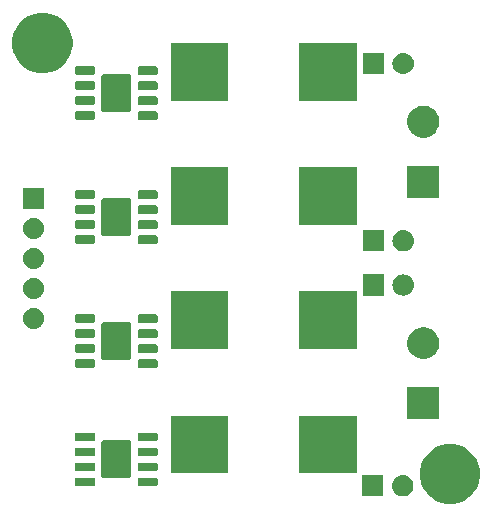
<source format=gbr>
G04 #@! TF.GenerationSoftware,KiCad,Pcbnew,(5.0.2)-1*
G04 #@! TF.CreationDate,2019-03-31T11:50:41+03:00*
G04 #@! TF.ProjectId,pwm_led_controller,70776d5f-6c65-4645-9f63-6f6e74726f6c,rev?*
G04 #@! TF.SameCoordinates,Original*
G04 #@! TF.FileFunction,Soldermask,Top*
G04 #@! TF.FilePolarity,Negative*
%FSLAX46Y46*%
G04 Gerber Fmt 4.6, Leading zero omitted, Abs format (unit mm)*
G04 Created by KiCad (PCBNEW (5.0.2)-1) date 31.03.2019 11:50:41*
%MOMM*%
%LPD*%
G01*
G04 APERTURE LIST*
%ADD10C,0.100000*%
G04 APERTURE END LIST*
D10*
G36*
X137493807Y-87797995D02*
X137493809Y-87797996D01*
X137493810Y-87797996D01*
X137957878Y-87990220D01*
X138375530Y-88269286D01*
X138730714Y-88624470D01*
X138776860Y-88693533D01*
X139009780Y-89042122D01*
X139168730Y-89425859D01*
X139202005Y-89506193D01*
X139300000Y-89998847D01*
X139300000Y-90501153D01*
X139219885Y-90903919D01*
X139202004Y-90993810D01*
X139095886Y-91250000D01*
X139009780Y-91457878D01*
X138730714Y-91875530D01*
X138375530Y-92230714D01*
X137957878Y-92509780D01*
X137493810Y-92702004D01*
X137493809Y-92702004D01*
X137493807Y-92702005D01*
X137001153Y-92800000D01*
X136498847Y-92800000D01*
X136006193Y-92702005D01*
X136006191Y-92702004D01*
X136006190Y-92702004D01*
X135542122Y-92509780D01*
X135124470Y-92230714D01*
X134769286Y-91875530D01*
X134490220Y-91457878D01*
X134404114Y-91250000D01*
X134297996Y-90993810D01*
X134280116Y-90903919D01*
X134200000Y-90501153D01*
X134200000Y-89998847D01*
X134297995Y-89506193D01*
X134331271Y-89425859D01*
X134490220Y-89042122D01*
X134723140Y-88693533D01*
X134769286Y-88624470D01*
X135124470Y-88269286D01*
X135542122Y-87990220D01*
X136006190Y-87797996D01*
X136006191Y-87797996D01*
X136006193Y-87797995D01*
X136498847Y-87700000D01*
X137001153Y-87700000D01*
X137493807Y-87797995D01*
X137493807Y-87797995D01*
G37*
G36*
X132926429Y-90363022D02*
X133096081Y-90414486D01*
X133252434Y-90498058D01*
X133389475Y-90610525D01*
X133501942Y-90747566D01*
X133585514Y-90903919D01*
X133636978Y-91073571D01*
X133654355Y-91250000D01*
X133636978Y-91426429D01*
X133585514Y-91596081D01*
X133501942Y-91752434D01*
X133389475Y-91889475D01*
X133252434Y-92001942D01*
X133096081Y-92085514D01*
X132926429Y-92136978D01*
X132794212Y-92150000D01*
X132705788Y-92150000D01*
X132573571Y-92136978D01*
X132403919Y-92085514D01*
X132247566Y-92001942D01*
X132110525Y-91889475D01*
X131998058Y-91752434D01*
X131914486Y-91596081D01*
X131863022Y-91426429D01*
X131845645Y-91250000D01*
X131863022Y-91073571D01*
X131914486Y-90903919D01*
X131998058Y-90747566D01*
X132110525Y-90610525D01*
X132247566Y-90498058D01*
X132403919Y-90414486D01*
X132573571Y-90363022D01*
X132705788Y-90350000D01*
X132794212Y-90350000D01*
X132926429Y-90363022D01*
X132926429Y-90363022D01*
G37*
G36*
X131110000Y-92150000D02*
X129310000Y-92150000D01*
X129310000Y-90350000D01*
X131110000Y-90350000D01*
X131110000Y-92150000D01*
X131110000Y-92150000D01*
G37*
G36*
X111899293Y-90557877D02*
X111922651Y-90564962D01*
X111944175Y-90576467D01*
X111963046Y-90591954D01*
X111978533Y-90610825D01*
X111990038Y-90632349D01*
X111997123Y-90655707D01*
X112000000Y-90684917D01*
X112000000Y-91125083D01*
X111997123Y-91154293D01*
X111990038Y-91177651D01*
X111978533Y-91199175D01*
X111963046Y-91218046D01*
X111944175Y-91233533D01*
X111922651Y-91245038D01*
X111899293Y-91252123D01*
X111870083Y-91255000D01*
X110429917Y-91255000D01*
X110400707Y-91252123D01*
X110377349Y-91245038D01*
X110355825Y-91233533D01*
X110336954Y-91218046D01*
X110321467Y-91199175D01*
X110309962Y-91177651D01*
X110302877Y-91154293D01*
X110300000Y-91125083D01*
X110300000Y-90684917D01*
X110302877Y-90655707D01*
X110309962Y-90632349D01*
X110321467Y-90610825D01*
X110336954Y-90591954D01*
X110355825Y-90576467D01*
X110377349Y-90564962D01*
X110400707Y-90557877D01*
X110429917Y-90555000D01*
X111870083Y-90555000D01*
X111899293Y-90557877D01*
X111899293Y-90557877D01*
G37*
G36*
X106599293Y-90557877D02*
X106622651Y-90564962D01*
X106644175Y-90576467D01*
X106663046Y-90591954D01*
X106678533Y-90610825D01*
X106690038Y-90632349D01*
X106697123Y-90655707D01*
X106700000Y-90684917D01*
X106700000Y-91125083D01*
X106697123Y-91154293D01*
X106690038Y-91177651D01*
X106678533Y-91199175D01*
X106663046Y-91218046D01*
X106644175Y-91233533D01*
X106622651Y-91245038D01*
X106599293Y-91252123D01*
X106570083Y-91255000D01*
X105129917Y-91255000D01*
X105100707Y-91252123D01*
X105077349Y-91245038D01*
X105055825Y-91233533D01*
X105036954Y-91218046D01*
X105021467Y-91199175D01*
X105009962Y-91177651D01*
X105002877Y-91154293D01*
X105000000Y-91125083D01*
X105000000Y-90684917D01*
X105002877Y-90655707D01*
X105009962Y-90632349D01*
X105021467Y-90610825D01*
X105036954Y-90591954D01*
X105055825Y-90576467D01*
X105077349Y-90564962D01*
X105100707Y-90557877D01*
X105129917Y-90555000D01*
X106570083Y-90555000D01*
X106599293Y-90557877D01*
X106599293Y-90557877D01*
G37*
G36*
X109609120Y-87403954D02*
X109643007Y-87414234D01*
X109674237Y-87430927D01*
X109701609Y-87453391D01*
X109724073Y-87480763D01*
X109740766Y-87511993D01*
X109751046Y-87545880D01*
X109755000Y-87586027D01*
X109755000Y-90413973D01*
X109751046Y-90454120D01*
X109740766Y-90488007D01*
X109724073Y-90519237D01*
X109701609Y-90546609D01*
X109674237Y-90569073D01*
X109643007Y-90585766D01*
X109609120Y-90596046D01*
X109568973Y-90600000D01*
X107431027Y-90600000D01*
X107390880Y-90596046D01*
X107356993Y-90585766D01*
X107325763Y-90569073D01*
X107298391Y-90546609D01*
X107275927Y-90519237D01*
X107259234Y-90488007D01*
X107248954Y-90454120D01*
X107245000Y-90413973D01*
X107245000Y-87586027D01*
X107248954Y-87545880D01*
X107259234Y-87511993D01*
X107275927Y-87480763D01*
X107298391Y-87453391D01*
X107325763Y-87430927D01*
X107356993Y-87414234D01*
X107390880Y-87403954D01*
X107431027Y-87400000D01*
X109568973Y-87400000D01*
X109609120Y-87403954D01*
X109609120Y-87403954D01*
G37*
G36*
X128900000Y-90200000D02*
X124000000Y-90200000D01*
X124000000Y-85300000D01*
X128900000Y-85300000D01*
X128900000Y-90200000D01*
X128900000Y-90200000D01*
G37*
G36*
X118000000Y-90200000D02*
X113100000Y-90200000D01*
X113100000Y-85300000D01*
X118000000Y-85300000D01*
X118000000Y-90200000D01*
X118000000Y-90200000D01*
G37*
G36*
X106599293Y-89287877D02*
X106622651Y-89294962D01*
X106644175Y-89306467D01*
X106663046Y-89321954D01*
X106678533Y-89340825D01*
X106690038Y-89362349D01*
X106697123Y-89385707D01*
X106700000Y-89414917D01*
X106700000Y-89855083D01*
X106697123Y-89884293D01*
X106690038Y-89907651D01*
X106678533Y-89929175D01*
X106663046Y-89948046D01*
X106644175Y-89963533D01*
X106622651Y-89975038D01*
X106599293Y-89982123D01*
X106570083Y-89985000D01*
X105129917Y-89985000D01*
X105100707Y-89982123D01*
X105077349Y-89975038D01*
X105055825Y-89963533D01*
X105036954Y-89948046D01*
X105021467Y-89929175D01*
X105009962Y-89907651D01*
X105002877Y-89884293D01*
X105000000Y-89855083D01*
X105000000Y-89414917D01*
X105002877Y-89385707D01*
X105009962Y-89362349D01*
X105021467Y-89340825D01*
X105036954Y-89321954D01*
X105055825Y-89306467D01*
X105077349Y-89294962D01*
X105100707Y-89287877D01*
X105129917Y-89285000D01*
X106570083Y-89285000D01*
X106599293Y-89287877D01*
X106599293Y-89287877D01*
G37*
G36*
X111899293Y-89287877D02*
X111922651Y-89294962D01*
X111944175Y-89306467D01*
X111963046Y-89321954D01*
X111978533Y-89340825D01*
X111990038Y-89362349D01*
X111997123Y-89385707D01*
X112000000Y-89414917D01*
X112000000Y-89855083D01*
X111997123Y-89884293D01*
X111990038Y-89907651D01*
X111978533Y-89929175D01*
X111963046Y-89948046D01*
X111944175Y-89963533D01*
X111922651Y-89975038D01*
X111899293Y-89982123D01*
X111870083Y-89985000D01*
X110429917Y-89985000D01*
X110400707Y-89982123D01*
X110377349Y-89975038D01*
X110355825Y-89963533D01*
X110336954Y-89948046D01*
X110321467Y-89929175D01*
X110309962Y-89907651D01*
X110302877Y-89884293D01*
X110300000Y-89855083D01*
X110300000Y-89414917D01*
X110302877Y-89385707D01*
X110309962Y-89362349D01*
X110321467Y-89340825D01*
X110336954Y-89321954D01*
X110355825Y-89306467D01*
X110377349Y-89294962D01*
X110400707Y-89287877D01*
X110429917Y-89285000D01*
X111870083Y-89285000D01*
X111899293Y-89287877D01*
X111899293Y-89287877D01*
G37*
G36*
X111899293Y-88017877D02*
X111922651Y-88024962D01*
X111944175Y-88036467D01*
X111963046Y-88051954D01*
X111978533Y-88070825D01*
X111990038Y-88092349D01*
X111997123Y-88115707D01*
X112000000Y-88144917D01*
X112000000Y-88585083D01*
X111997123Y-88614293D01*
X111990038Y-88637651D01*
X111978533Y-88659175D01*
X111963046Y-88678046D01*
X111944175Y-88693533D01*
X111922651Y-88705038D01*
X111899293Y-88712123D01*
X111870083Y-88715000D01*
X110429917Y-88715000D01*
X110400707Y-88712123D01*
X110377349Y-88705038D01*
X110355825Y-88693533D01*
X110336954Y-88678046D01*
X110321467Y-88659175D01*
X110309962Y-88637651D01*
X110302877Y-88614293D01*
X110300000Y-88585083D01*
X110300000Y-88144917D01*
X110302877Y-88115707D01*
X110309962Y-88092349D01*
X110321467Y-88070825D01*
X110336954Y-88051954D01*
X110355825Y-88036467D01*
X110377349Y-88024962D01*
X110400707Y-88017877D01*
X110429917Y-88015000D01*
X111870083Y-88015000D01*
X111899293Y-88017877D01*
X111899293Y-88017877D01*
G37*
G36*
X106599293Y-88017877D02*
X106622651Y-88024962D01*
X106644175Y-88036467D01*
X106663046Y-88051954D01*
X106678533Y-88070825D01*
X106690038Y-88092349D01*
X106697123Y-88115707D01*
X106700000Y-88144917D01*
X106700000Y-88585083D01*
X106697123Y-88614293D01*
X106690038Y-88637651D01*
X106678533Y-88659175D01*
X106663046Y-88678046D01*
X106644175Y-88693533D01*
X106622651Y-88705038D01*
X106599293Y-88712123D01*
X106570083Y-88715000D01*
X105129917Y-88715000D01*
X105100707Y-88712123D01*
X105077349Y-88705038D01*
X105055825Y-88693533D01*
X105036954Y-88678046D01*
X105021467Y-88659175D01*
X105009962Y-88637651D01*
X105002877Y-88614293D01*
X105000000Y-88585083D01*
X105000000Y-88144917D01*
X105002877Y-88115707D01*
X105009962Y-88092349D01*
X105021467Y-88070825D01*
X105036954Y-88051954D01*
X105055825Y-88036467D01*
X105077349Y-88024962D01*
X105100707Y-88017877D01*
X105129917Y-88015000D01*
X106570083Y-88015000D01*
X106599293Y-88017877D01*
X106599293Y-88017877D01*
G37*
G36*
X111899293Y-86747877D02*
X111922651Y-86754962D01*
X111944175Y-86766467D01*
X111963046Y-86781954D01*
X111978533Y-86800825D01*
X111990038Y-86822349D01*
X111997123Y-86845707D01*
X112000000Y-86874917D01*
X112000000Y-87315083D01*
X111997123Y-87344293D01*
X111990038Y-87367651D01*
X111978533Y-87389175D01*
X111963046Y-87408046D01*
X111944175Y-87423533D01*
X111922651Y-87435038D01*
X111899293Y-87442123D01*
X111870083Y-87445000D01*
X110429917Y-87445000D01*
X110400707Y-87442123D01*
X110377349Y-87435038D01*
X110355825Y-87423533D01*
X110336954Y-87408046D01*
X110321467Y-87389175D01*
X110309962Y-87367651D01*
X110302877Y-87344293D01*
X110300000Y-87315083D01*
X110300000Y-86874917D01*
X110302877Y-86845707D01*
X110309962Y-86822349D01*
X110321467Y-86800825D01*
X110336954Y-86781954D01*
X110355825Y-86766467D01*
X110377349Y-86754962D01*
X110400707Y-86747877D01*
X110429917Y-86745000D01*
X111870083Y-86745000D01*
X111899293Y-86747877D01*
X111899293Y-86747877D01*
G37*
G36*
X106599293Y-86747877D02*
X106622651Y-86754962D01*
X106644175Y-86766467D01*
X106663046Y-86781954D01*
X106678533Y-86800825D01*
X106690038Y-86822349D01*
X106697123Y-86845707D01*
X106700000Y-86874917D01*
X106700000Y-87315083D01*
X106697123Y-87344293D01*
X106690038Y-87367651D01*
X106678533Y-87389175D01*
X106663046Y-87408046D01*
X106644175Y-87423533D01*
X106622651Y-87435038D01*
X106599293Y-87442123D01*
X106570083Y-87445000D01*
X105129917Y-87445000D01*
X105100707Y-87442123D01*
X105077349Y-87435038D01*
X105055825Y-87423533D01*
X105036954Y-87408046D01*
X105021467Y-87389175D01*
X105009962Y-87367651D01*
X105002877Y-87344293D01*
X105000000Y-87315083D01*
X105000000Y-86874917D01*
X105002877Y-86845707D01*
X105009962Y-86822349D01*
X105021467Y-86800825D01*
X105036954Y-86781954D01*
X105055825Y-86766467D01*
X105077349Y-86754962D01*
X105100707Y-86747877D01*
X105129917Y-86745000D01*
X106570083Y-86745000D01*
X106599293Y-86747877D01*
X106599293Y-86747877D01*
G37*
G36*
X135850000Y-85600000D02*
X133150000Y-85600000D01*
X133150000Y-82900000D01*
X135850000Y-82900000D01*
X135850000Y-85600000D01*
X135850000Y-85600000D01*
G37*
G36*
X111899293Y-80557877D02*
X111922651Y-80564962D01*
X111944175Y-80576467D01*
X111963046Y-80591954D01*
X111978533Y-80610825D01*
X111990038Y-80632349D01*
X111997123Y-80655707D01*
X112000000Y-80684917D01*
X112000000Y-81125083D01*
X111997123Y-81154293D01*
X111990038Y-81177651D01*
X111978533Y-81199175D01*
X111963046Y-81218046D01*
X111944175Y-81233533D01*
X111922651Y-81245038D01*
X111899293Y-81252123D01*
X111870083Y-81255000D01*
X110429917Y-81255000D01*
X110400707Y-81252123D01*
X110377349Y-81245038D01*
X110355825Y-81233533D01*
X110336954Y-81218046D01*
X110321467Y-81199175D01*
X110309962Y-81177651D01*
X110302877Y-81154293D01*
X110300000Y-81125083D01*
X110300000Y-80684917D01*
X110302877Y-80655707D01*
X110309962Y-80632349D01*
X110321467Y-80610825D01*
X110336954Y-80591954D01*
X110355825Y-80576467D01*
X110377349Y-80564962D01*
X110400707Y-80557877D01*
X110429917Y-80555000D01*
X111870083Y-80555000D01*
X111899293Y-80557877D01*
X111899293Y-80557877D01*
G37*
G36*
X106599293Y-80557877D02*
X106622651Y-80564962D01*
X106644175Y-80576467D01*
X106663046Y-80591954D01*
X106678533Y-80610825D01*
X106690038Y-80632349D01*
X106697123Y-80655707D01*
X106700000Y-80684917D01*
X106700000Y-81125083D01*
X106697123Y-81154293D01*
X106690038Y-81177651D01*
X106678533Y-81199175D01*
X106663046Y-81218046D01*
X106644175Y-81233533D01*
X106622651Y-81245038D01*
X106599293Y-81252123D01*
X106570083Y-81255000D01*
X105129917Y-81255000D01*
X105100707Y-81252123D01*
X105077349Y-81245038D01*
X105055825Y-81233533D01*
X105036954Y-81218046D01*
X105021467Y-81199175D01*
X105009962Y-81177651D01*
X105002877Y-81154293D01*
X105000000Y-81125083D01*
X105000000Y-80684917D01*
X105002877Y-80655707D01*
X105009962Y-80632349D01*
X105021467Y-80610825D01*
X105036954Y-80591954D01*
X105055825Y-80576467D01*
X105077349Y-80564962D01*
X105100707Y-80557877D01*
X105129917Y-80555000D01*
X106570083Y-80555000D01*
X106599293Y-80557877D01*
X106599293Y-80557877D01*
G37*
G36*
X109609120Y-77403954D02*
X109643007Y-77414234D01*
X109674237Y-77430927D01*
X109701609Y-77453391D01*
X109724073Y-77480763D01*
X109740766Y-77511993D01*
X109751046Y-77545880D01*
X109755000Y-77586027D01*
X109755000Y-80413973D01*
X109751046Y-80454120D01*
X109740766Y-80488007D01*
X109724073Y-80519237D01*
X109701609Y-80546609D01*
X109674237Y-80569073D01*
X109643007Y-80585766D01*
X109609120Y-80596046D01*
X109568973Y-80600000D01*
X107431027Y-80600000D01*
X107390880Y-80596046D01*
X107356993Y-80585766D01*
X107325763Y-80569073D01*
X107298391Y-80546609D01*
X107275927Y-80519237D01*
X107259234Y-80488007D01*
X107248954Y-80454120D01*
X107245000Y-80413973D01*
X107245000Y-77586027D01*
X107248954Y-77545880D01*
X107259234Y-77511993D01*
X107275927Y-77480763D01*
X107298391Y-77453391D01*
X107325763Y-77430927D01*
X107356993Y-77414234D01*
X107390880Y-77403954D01*
X107431027Y-77400000D01*
X109568973Y-77400000D01*
X109609120Y-77403954D01*
X109609120Y-77403954D01*
G37*
G36*
X134893778Y-77871879D02*
X135139465Y-77973646D01*
X135360573Y-78121385D01*
X135548615Y-78309427D01*
X135696354Y-78530535D01*
X135798121Y-78776222D01*
X135850000Y-79037034D01*
X135850000Y-79302966D01*
X135798121Y-79563778D01*
X135696354Y-79809465D01*
X135548615Y-80030573D01*
X135360573Y-80218615D01*
X135139465Y-80366354D01*
X134893778Y-80468121D01*
X134632966Y-80520000D01*
X134367034Y-80520000D01*
X134106222Y-80468121D01*
X133860535Y-80366354D01*
X133639427Y-80218615D01*
X133451385Y-80030573D01*
X133303646Y-79809465D01*
X133201879Y-79563778D01*
X133150000Y-79302966D01*
X133150000Y-79037034D01*
X133201879Y-78776222D01*
X133303646Y-78530535D01*
X133451385Y-78309427D01*
X133639427Y-78121385D01*
X133860535Y-77973646D01*
X134106222Y-77871879D01*
X134367034Y-77820000D01*
X134632966Y-77820000D01*
X134893778Y-77871879D01*
X134893778Y-77871879D01*
G37*
G36*
X111899293Y-79287877D02*
X111922651Y-79294962D01*
X111944175Y-79306467D01*
X111963046Y-79321954D01*
X111978533Y-79340825D01*
X111990038Y-79362349D01*
X111997123Y-79385707D01*
X112000000Y-79414917D01*
X112000000Y-79855083D01*
X111997123Y-79884293D01*
X111990038Y-79907651D01*
X111978533Y-79929175D01*
X111963046Y-79948046D01*
X111944175Y-79963533D01*
X111922651Y-79975038D01*
X111899293Y-79982123D01*
X111870083Y-79985000D01*
X110429917Y-79985000D01*
X110400707Y-79982123D01*
X110377349Y-79975038D01*
X110355825Y-79963533D01*
X110336954Y-79948046D01*
X110321467Y-79929175D01*
X110309962Y-79907651D01*
X110302877Y-79884293D01*
X110300000Y-79855083D01*
X110300000Y-79414917D01*
X110302877Y-79385707D01*
X110309962Y-79362349D01*
X110321467Y-79340825D01*
X110336954Y-79321954D01*
X110355825Y-79306467D01*
X110377349Y-79294962D01*
X110400707Y-79287877D01*
X110429917Y-79285000D01*
X111870083Y-79285000D01*
X111899293Y-79287877D01*
X111899293Y-79287877D01*
G37*
G36*
X106599293Y-79287877D02*
X106622651Y-79294962D01*
X106644175Y-79306467D01*
X106663046Y-79321954D01*
X106678533Y-79340825D01*
X106690038Y-79362349D01*
X106697123Y-79385707D01*
X106700000Y-79414917D01*
X106700000Y-79855083D01*
X106697123Y-79884293D01*
X106690038Y-79907651D01*
X106678533Y-79929175D01*
X106663046Y-79948046D01*
X106644175Y-79963533D01*
X106622651Y-79975038D01*
X106599293Y-79982123D01*
X106570083Y-79985000D01*
X105129917Y-79985000D01*
X105100707Y-79982123D01*
X105077349Y-79975038D01*
X105055825Y-79963533D01*
X105036954Y-79948046D01*
X105021467Y-79929175D01*
X105009962Y-79907651D01*
X105002877Y-79884293D01*
X105000000Y-79855083D01*
X105000000Y-79414917D01*
X105002877Y-79385707D01*
X105009962Y-79362349D01*
X105021467Y-79340825D01*
X105036954Y-79321954D01*
X105055825Y-79306467D01*
X105077349Y-79294962D01*
X105100707Y-79287877D01*
X105129917Y-79285000D01*
X106570083Y-79285000D01*
X106599293Y-79287877D01*
X106599293Y-79287877D01*
G37*
G36*
X118000000Y-79700000D02*
X113100000Y-79700000D01*
X113100000Y-74800000D01*
X118000000Y-74800000D01*
X118000000Y-79700000D01*
X118000000Y-79700000D01*
G37*
G36*
X128900000Y-79700000D02*
X124000000Y-79700000D01*
X124000000Y-74800000D01*
X128900000Y-74800000D01*
X128900000Y-79700000D01*
X128900000Y-79700000D01*
G37*
G36*
X106599293Y-78017877D02*
X106622651Y-78024962D01*
X106644175Y-78036467D01*
X106663046Y-78051954D01*
X106678533Y-78070825D01*
X106690038Y-78092349D01*
X106697123Y-78115707D01*
X106700000Y-78144917D01*
X106700000Y-78585083D01*
X106697123Y-78614293D01*
X106690038Y-78637651D01*
X106678533Y-78659175D01*
X106663046Y-78678046D01*
X106644175Y-78693533D01*
X106622651Y-78705038D01*
X106599293Y-78712123D01*
X106570083Y-78715000D01*
X105129917Y-78715000D01*
X105100707Y-78712123D01*
X105077349Y-78705038D01*
X105055825Y-78693533D01*
X105036954Y-78678046D01*
X105021467Y-78659175D01*
X105009962Y-78637651D01*
X105002877Y-78614293D01*
X105000000Y-78585083D01*
X105000000Y-78144917D01*
X105002877Y-78115707D01*
X105009962Y-78092349D01*
X105021467Y-78070825D01*
X105036954Y-78051954D01*
X105055825Y-78036467D01*
X105077349Y-78024962D01*
X105100707Y-78017877D01*
X105129917Y-78015000D01*
X106570083Y-78015000D01*
X106599293Y-78017877D01*
X106599293Y-78017877D01*
G37*
G36*
X111899293Y-78017877D02*
X111922651Y-78024962D01*
X111944175Y-78036467D01*
X111963046Y-78051954D01*
X111978533Y-78070825D01*
X111990038Y-78092349D01*
X111997123Y-78115707D01*
X112000000Y-78144917D01*
X112000000Y-78585083D01*
X111997123Y-78614293D01*
X111990038Y-78637651D01*
X111978533Y-78659175D01*
X111963046Y-78678046D01*
X111944175Y-78693533D01*
X111922651Y-78705038D01*
X111899293Y-78712123D01*
X111870083Y-78715000D01*
X110429917Y-78715000D01*
X110400707Y-78712123D01*
X110377349Y-78705038D01*
X110355825Y-78693533D01*
X110336954Y-78678046D01*
X110321467Y-78659175D01*
X110309962Y-78637651D01*
X110302877Y-78614293D01*
X110300000Y-78585083D01*
X110300000Y-78144917D01*
X110302877Y-78115707D01*
X110309962Y-78092349D01*
X110321467Y-78070825D01*
X110336954Y-78051954D01*
X110355825Y-78036467D01*
X110377349Y-78024962D01*
X110400707Y-78017877D01*
X110429917Y-78015000D01*
X111870083Y-78015000D01*
X111899293Y-78017877D01*
X111899293Y-78017877D01*
G37*
G36*
X101676429Y-76193022D02*
X101846081Y-76244486D01*
X102002434Y-76328058D01*
X102139475Y-76440525D01*
X102251942Y-76577566D01*
X102335514Y-76733919D01*
X102386978Y-76903571D01*
X102404355Y-77080000D01*
X102386978Y-77256429D01*
X102335514Y-77426081D01*
X102251942Y-77582434D01*
X102139475Y-77719475D01*
X102002434Y-77831942D01*
X101846081Y-77915514D01*
X101676429Y-77966978D01*
X101544212Y-77980000D01*
X101455788Y-77980000D01*
X101323571Y-77966978D01*
X101153919Y-77915514D01*
X100997566Y-77831942D01*
X100860525Y-77719475D01*
X100748058Y-77582434D01*
X100664486Y-77426081D01*
X100613022Y-77256429D01*
X100595645Y-77080000D01*
X100613022Y-76903571D01*
X100664486Y-76733919D01*
X100748058Y-76577566D01*
X100860525Y-76440525D01*
X100997566Y-76328058D01*
X101153919Y-76244486D01*
X101323571Y-76193022D01*
X101455788Y-76180000D01*
X101544212Y-76180000D01*
X101676429Y-76193022D01*
X101676429Y-76193022D01*
G37*
G36*
X111899293Y-76747877D02*
X111922651Y-76754962D01*
X111944175Y-76766467D01*
X111963046Y-76781954D01*
X111978533Y-76800825D01*
X111990038Y-76822349D01*
X111997123Y-76845707D01*
X112000000Y-76874917D01*
X112000000Y-77315083D01*
X111997123Y-77344293D01*
X111990038Y-77367651D01*
X111978533Y-77389175D01*
X111963046Y-77408046D01*
X111944175Y-77423533D01*
X111922651Y-77435038D01*
X111899293Y-77442123D01*
X111870083Y-77445000D01*
X110429917Y-77445000D01*
X110400707Y-77442123D01*
X110377349Y-77435038D01*
X110355825Y-77423533D01*
X110336954Y-77408046D01*
X110321467Y-77389175D01*
X110309962Y-77367651D01*
X110302877Y-77344293D01*
X110300000Y-77315083D01*
X110300000Y-76874917D01*
X110302877Y-76845707D01*
X110309962Y-76822349D01*
X110321467Y-76800825D01*
X110336954Y-76781954D01*
X110355825Y-76766467D01*
X110377349Y-76754962D01*
X110400707Y-76747877D01*
X110429917Y-76745000D01*
X111870083Y-76745000D01*
X111899293Y-76747877D01*
X111899293Y-76747877D01*
G37*
G36*
X106599293Y-76747877D02*
X106622651Y-76754962D01*
X106644175Y-76766467D01*
X106663046Y-76781954D01*
X106678533Y-76800825D01*
X106690038Y-76822349D01*
X106697123Y-76845707D01*
X106700000Y-76874917D01*
X106700000Y-77315083D01*
X106697123Y-77344293D01*
X106690038Y-77367651D01*
X106678533Y-77389175D01*
X106663046Y-77408046D01*
X106644175Y-77423533D01*
X106622651Y-77435038D01*
X106599293Y-77442123D01*
X106570083Y-77445000D01*
X105129917Y-77445000D01*
X105100707Y-77442123D01*
X105077349Y-77435038D01*
X105055825Y-77423533D01*
X105036954Y-77408046D01*
X105021467Y-77389175D01*
X105009962Y-77367651D01*
X105002877Y-77344293D01*
X105000000Y-77315083D01*
X105000000Y-76874917D01*
X105002877Y-76845707D01*
X105009962Y-76822349D01*
X105021467Y-76800825D01*
X105036954Y-76781954D01*
X105055825Y-76766467D01*
X105077349Y-76754962D01*
X105100707Y-76747877D01*
X105129917Y-76745000D01*
X106570083Y-76745000D01*
X106599293Y-76747877D01*
X106599293Y-76747877D01*
G37*
G36*
X101676429Y-73653022D02*
X101846081Y-73704486D01*
X102002434Y-73788058D01*
X102139475Y-73900525D01*
X102251942Y-74037566D01*
X102335514Y-74193919D01*
X102386978Y-74363571D01*
X102404355Y-74540000D01*
X102386978Y-74716429D01*
X102335514Y-74886081D01*
X102251942Y-75042434D01*
X102139475Y-75179475D01*
X102002434Y-75291942D01*
X101846081Y-75375514D01*
X101676429Y-75426978D01*
X101544212Y-75440000D01*
X101455788Y-75440000D01*
X101323571Y-75426978D01*
X101153919Y-75375514D01*
X100997566Y-75291942D01*
X100860525Y-75179475D01*
X100748058Y-75042434D01*
X100664486Y-74886081D01*
X100613022Y-74716429D01*
X100595645Y-74540000D01*
X100613022Y-74363571D01*
X100664486Y-74193919D01*
X100748058Y-74037566D01*
X100860525Y-73900525D01*
X100997566Y-73788058D01*
X101153919Y-73704486D01*
X101323571Y-73653022D01*
X101455788Y-73640000D01*
X101544212Y-73640000D01*
X101676429Y-73653022D01*
X101676429Y-73653022D01*
G37*
G36*
X131150000Y-75150000D02*
X129350000Y-75150000D01*
X129350000Y-73350000D01*
X131150000Y-73350000D01*
X131150000Y-75150000D01*
X131150000Y-75150000D01*
G37*
G36*
X132966429Y-73363022D02*
X133136081Y-73414486D01*
X133292434Y-73498058D01*
X133429475Y-73610525D01*
X133541942Y-73747566D01*
X133625514Y-73903919D01*
X133676978Y-74073571D01*
X133694355Y-74250000D01*
X133676978Y-74426429D01*
X133625514Y-74596081D01*
X133541942Y-74752434D01*
X133429475Y-74889475D01*
X133292434Y-75001942D01*
X133136081Y-75085514D01*
X132966429Y-75136978D01*
X132834212Y-75150000D01*
X132745788Y-75150000D01*
X132613571Y-75136978D01*
X132443919Y-75085514D01*
X132287566Y-75001942D01*
X132150525Y-74889475D01*
X132038058Y-74752434D01*
X131954486Y-74596081D01*
X131903022Y-74426429D01*
X131885645Y-74250000D01*
X131903022Y-74073571D01*
X131954486Y-73903919D01*
X132038058Y-73747566D01*
X132150525Y-73610525D01*
X132287566Y-73498058D01*
X132443919Y-73414486D01*
X132613571Y-73363022D01*
X132745788Y-73350000D01*
X132834212Y-73350000D01*
X132966429Y-73363022D01*
X132966429Y-73363022D01*
G37*
G36*
X101676429Y-71113022D02*
X101846081Y-71164486D01*
X102002434Y-71248058D01*
X102139475Y-71360525D01*
X102251942Y-71497566D01*
X102335514Y-71653919D01*
X102386978Y-71823571D01*
X102404355Y-72000000D01*
X102386978Y-72176429D01*
X102335514Y-72346081D01*
X102251942Y-72502434D01*
X102139475Y-72639475D01*
X102002434Y-72751942D01*
X101846081Y-72835514D01*
X101676429Y-72886978D01*
X101544212Y-72900000D01*
X101455788Y-72900000D01*
X101323571Y-72886978D01*
X101153919Y-72835514D01*
X100997566Y-72751942D01*
X100860525Y-72639475D01*
X100748058Y-72502434D01*
X100664486Y-72346081D01*
X100613022Y-72176429D01*
X100595645Y-72000000D01*
X100613022Y-71823571D01*
X100664486Y-71653919D01*
X100748058Y-71497566D01*
X100860525Y-71360525D01*
X100997566Y-71248058D01*
X101153919Y-71164486D01*
X101323571Y-71113022D01*
X101455788Y-71100000D01*
X101544212Y-71100000D01*
X101676429Y-71113022D01*
X101676429Y-71113022D01*
G37*
G36*
X131150000Y-71400000D02*
X129350000Y-71400000D01*
X129350000Y-69600000D01*
X131150000Y-69600000D01*
X131150000Y-71400000D01*
X131150000Y-71400000D01*
G37*
G36*
X132966429Y-69613022D02*
X133136081Y-69664486D01*
X133292434Y-69748058D01*
X133429475Y-69860525D01*
X133541942Y-69997566D01*
X133625514Y-70153919D01*
X133676978Y-70323571D01*
X133694355Y-70500000D01*
X133676978Y-70676429D01*
X133625514Y-70846081D01*
X133541942Y-71002434D01*
X133429475Y-71139475D01*
X133292434Y-71251942D01*
X133136081Y-71335514D01*
X132966429Y-71386978D01*
X132834212Y-71400000D01*
X132745788Y-71400000D01*
X132613571Y-71386978D01*
X132443919Y-71335514D01*
X132287566Y-71251942D01*
X132150525Y-71139475D01*
X132038058Y-71002434D01*
X131954486Y-70846081D01*
X131903022Y-70676429D01*
X131885645Y-70500000D01*
X131903022Y-70323571D01*
X131954486Y-70153919D01*
X132038058Y-69997566D01*
X132150525Y-69860525D01*
X132287566Y-69748058D01*
X132443919Y-69664486D01*
X132613571Y-69613022D01*
X132745788Y-69600000D01*
X132834212Y-69600000D01*
X132966429Y-69613022D01*
X132966429Y-69613022D01*
G37*
G36*
X111899293Y-70057877D02*
X111922651Y-70064962D01*
X111944175Y-70076467D01*
X111963046Y-70091954D01*
X111978533Y-70110825D01*
X111990038Y-70132349D01*
X111997123Y-70155707D01*
X112000000Y-70184917D01*
X112000000Y-70625083D01*
X111997123Y-70654293D01*
X111990038Y-70677651D01*
X111978533Y-70699175D01*
X111963046Y-70718046D01*
X111944175Y-70733533D01*
X111922651Y-70745038D01*
X111899293Y-70752123D01*
X111870083Y-70755000D01*
X110429917Y-70755000D01*
X110400707Y-70752123D01*
X110377349Y-70745038D01*
X110355825Y-70733533D01*
X110336954Y-70718046D01*
X110321467Y-70699175D01*
X110309962Y-70677651D01*
X110302877Y-70654293D01*
X110300000Y-70625083D01*
X110300000Y-70184917D01*
X110302877Y-70155707D01*
X110309962Y-70132349D01*
X110321467Y-70110825D01*
X110336954Y-70091954D01*
X110355825Y-70076467D01*
X110377349Y-70064962D01*
X110400707Y-70057877D01*
X110429917Y-70055000D01*
X111870083Y-70055000D01*
X111899293Y-70057877D01*
X111899293Y-70057877D01*
G37*
G36*
X106599293Y-70057877D02*
X106622651Y-70064962D01*
X106644175Y-70076467D01*
X106663046Y-70091954D01*
X106678533Y-70110825D01*
X106690038Y-70132349D01*
X106697123Y-70155707D01*
X106700000Y-70184917D01*
X106700000Y-70625083D01*
X106697123Y-70654293D01*
X106690038Y-70677651D01*
X106678533Y-70699175D01*
X106663046Y-70718046D01*
X106644175Y-70733533D01*
X106622651Y-70745038D01*
X106599293Y-70752123D01*
X106570083Y-70755000D01*
X105129917Y-70755000D01*
X105100707Y-70752123D01*
X105077349Y-70745038D01*
X105055825Y-70733533D01*
X105036954Y-70718046D01*
X105021467Y-70699175D01*
X105009962Y-70677651D01*
X105002877Y-70654293D01*
X105000000Y-70625083D01*
X105000000Y-70184917D01*
X105002877Y-70155707D01*
X105009962Y-70132349D01*
X105021467Y-70110825D01*
X105036954Y-70091954D01*
X105055825Y-70076467D01*
X105077349Y-70064962D01*
X105100707Y-70057877D01*
X105129917Y-70055000D01*
X106570083Y-70055000D01*
X106599293Y-70057877D01*
X106599293Y-70057877D01*
G37*
G36*
X101676429Y-68573022D02*
X101846081Y-68624486D01*
X102002434Y-68708058D01*
X102139475Y-68820525D01*
X102251942Y-68957566D01*
X102335514Y-69113919D01*
X102386978Y-69283571D01*
X102404355Y-69460000D01*
X102386978Y-69636429D01*
X102335514Y-69806081D01*
X102251942Y-69962434D01*
X102139475Y-70099475D01*
X102002434Y-70211942D01*
X101846081Y-70295514D01*
X101676429Y-70346978D01*
X101544212Y-70360000D01*
X101455788Y-70360000D01*
X101323571Y-70346978D01*
X101153919Y-70295514D01*
X100997566Y-70211942D01*
X100860525Y-70099475D01*
X100748058Y-69962434D01*
X100664486Y-69806081D01*
X100613022Y-69636429D01*
X100595645Y-69460000D01*
X100613022Y-69283571D01*
X100664486Y-69113919D01*
X100748058Y-68957566D01*
X100860525Y-68820525D01*
X100997566Y-68708058D01*
X101153919Y-68624486D01*
X101323571Y-68573022D01*
X101455788Y-68560000D01*
X101544212Y-68560000D01*
X101676429Y-68573022D01*
X101676429Y-68573022D01*
G37*
G36*
X109609120Y-66903954D02*
X109643007Y-66914234D01*
X109674237Y-66930927D01*
X109701609Y-66953391D01*
X109724073Y-66980763D01*
X109740766Y-67011993D01*
X109751046Y-67045880D01*
X109755000Y-67086027D01*
X109755000Y-69913973D01*
X109751046Y-69954120D01*
X109740766Y-69988007D01*
X109724073Y-70019237D01*
X109701609Y-70046609D01*
X109674237Y-70069073D01*
X109643007Y-70085766D01*
X109609120Y-70096046D01*
X109568973Y-70100000D01*
X107431027Y-70100000D01*
X107390880Y-70096046D01*
X107356993Y-70085766D01*
X107325763Y-70069073D01*
X107298391Y-70046609D01*
X107275927Y-70019237D01*
X107259234Y-69988007D01*
X107248954Y-69954120D01*
X107245000Y-69913973D01*
X107245000Y-67086027D01*
X107248954Y-67045880D01*
X107259234Y-67011993D01*
X107275927Y-66980763D01*
X107298391Y-66953391D01*
X107325763Y-66930927D01*
X107356993Y-66914234D01*
X107390880Y-66903954D01*
X107431027Y-66900000D01*
X109568973Y-66900000D01*
X109609120Y-66903954D01*
X109609120Y-66903954D01*
G37*
G36*
X106599293Y-68787877D02*
X106622651Y-68794962D01*
X106644175Y-68806467D01*
X106663046Y-68821954D01*
X106678533Y-68840825D01*
X106690038Y-68862349D01*
X106697123Y-68885707D01*
X106700000Y-68914917D01*
X106700000Y-69355083D01*
X106697123Y-69384293D01*
X106690038Y-69407651D01*
X106678533Y-69429175D01*
X106663046Y-69448046D01*
X106644175Y-69463533D01*
X106622651Y-69475038D01*
X106599293Y-69482123D01*
X106570083Y-69485000D01*
X105129917Y-69485000D01*
X105100707Y-69482123D01*
X105077349Y-69475038D01*
X105055825Y-69463533D01*
X105036954Y-69448046D01*
X105021467Y-69429175D01*
X105009962Y-69407651D01*
X105002877Y-69384293D01*
X105000000Y-69355083D01*
X105000000Y-68914917D01*
X105002877Y-68885707D01*
X105009962Y-68862349D01*
X105021467Y-68840825D01*
X105036954Y-68821954D01*
X105055825Y-68806467D01*
X105077349Y-68794962D01*
X105100707Y-68787877D01*
X105129917Y-68785000D01*
X106570083Y-68785000D01*
X106599293Y-68787877D01*
X106599293Y-68787877D01*
G37*
G36*
X111899293Y-68787877D02*
X111922651Y-68794962D01*
X111944175Y-68806467D01*
X111963046Y-68821954D01*
X111978533Y-68840825D01*
X111990038Y-68862349D01*
X111997123Y-68885707D01*
X112000000Y-68914917D01*
X112000000Y-69355083D01*
X111997123Y-69384293D01*
X111990038Y-69407651D01*
X111978533Y-69429175D01*
X111963046Y-69448046D01*
X111944175Y-69463533D01*
X111922651Y-69475038D01*
X111899293Y-69482123D01*
X111870083Y-69485000D01*
X110429917Y-69485000D01*
X110400707Y-69482123D01*
X110377349Y-69475038D01*
X110355825Y-69463533D01*
X110336954Y-69448046D01*
X110321467Y-69429175D01*
X110309962Y-69407651D01*
X110302877Y-69384293D01*
X110300000Y-69355083D01*
X110300000Y-68914917D01*
X110302877Y-68885707D01*
X110309962Y-68862349D01*
X110321467Y-68840825D01*
X110336954Y-68821954D01*
X110355825Y-68806467D01*
X110377349Y-68794962D01*
X110400707Y-68787877D01*
X110429917Y-68785000D01*
X111870083Y-68785000D01*
X111899293Y-68787877D01*
X111899293Y-68787877D01*
G37*
G36*
X128900000Y-69200000D02*
X124000000Y-69200000D01*
X124000000Y-64300000D01*
X128900000Y-64300000D01*
X128900000Y-69200000D01*
X128900000Y-69200000D01*
G37*
G36*
X118000000Y-69200000D02*
X113100000Y-69200000D01*
X113100000Y-64300000D01*
X118000000Y-64300000D01*
X118000000Y-69200000D01*
X118000000Y-69200000D01*
G37*
G36*
X106599293Y-67517877D02*
X106622651Y-67524962D01*
X106644175Y-67536467D01*
X106663046Y-67551954D01*
X106678533Y-67570825D01*
X106690038Y-67592349D01*
X106697123Y-67615707D01*
X106700000Y-67644917D01*
X106700000Y-68085083D01*
X106697123Y-68114293D01*
X106690038Y-68137651D01*
X106678533Y-68159175D01*
X106663046Y-68178046D01*
X106644175Y-68193533D01*
X106622651Y-68205038D01*
X106599293Y-68212123D01*
X106570083Y-68215000D01*
X105129917Y-68215000D01*
X105100707Y-68212123D01*
X105077349Y-68205038D01*
X105055825Y-68193533D01*
X105036954Y-68178046D01*
X105021467Y-68159175D01*
X105009962Y-68137651D01*
X105002877Y-68114293D01*
X105000000Y-68085083D01*
X105000000Y-67644917D01*
X105002877Y-67615707D01*
X105009962Y-67592349D01*
X105021467Y-67570825D01*
X105036954Y-67551954D01*
X105055825Y-67536467D01*
X105077349Y-67524962D01*
X105100707Y-67517877D01*
X105129917Y-67515000D01*
X106570083Y-67515000D01*
X106599293Y-67517877D01*
X106599293Y-67517877D01*
G37*
G36*
X111899293Y-67517877D02*
X111922651Y-67524962D01*
X111944175Y-67536467D01*
X111963046Y-67551954D01*
X111978533Y-67570825D01*
X111990038Y-67592349D01*
X111997123Y-67615707D01*
X112000000Y-67644917D01*
X112000000Y-68085083D01*
X111997123Y-68114293D01*
X111990038Y-68137651D01*
X111978533Y-68159175D01*
X111963046Y-68178046D01*
X111944175Y-68193533D01*
X111922651Y-68205038D01*
X111899293Y-68212123D01*
X111870083Y-68215000D01*
X110429917Y-68215000D01*
X110400707Y-68212123D01*
X110377349Y-68205038D01*
X110355825Y-68193533D01*
X110336954Y-68178046D01*
X110321467Y-68159175D01*
X110309962Y-68137651D01*
X110302877Y-68114293D01*
X110300000Y-68085083D01*
X110300000Y-67644917D01*
X110302877Y-67615707D01*
X110309962Y-67592349D01*
X110321467Y-67570825D01*
X110336954Y-67551954D01*
X110355825Y-67536467D01*
X110377349Y-67524962D01*
X110400707Y-67517877D01*
X110429917Y-67515000D01*
X111870083Y-67515000D01*
X111899293Y-67517877D01*
X111899293Y-67517877D01*
G37*
G36*
X102400000Y-67820000D02*
X100600000Y-67820000D01*
X100600000Y-66020000D01*
X102400000Y-66020000D01*
X102400000Y-67820000D01*
X102400000Y-67820000D01*
G37*
G36*
X111899293Y-66247877D02*
X111922651Y-66254962D01*
X111944175Y-66266467D01*
X111963046Y-66281954D01*
X111978533Y-66300825D01*
X111990038Y-66322349D01*
X111997123Y-66345707D01*
X112000000Y-66374917D01*
X112000000Y-66815083D01*
X111997123Y-66844293D01*
X111990038Y-66867651D01*
X111978533Y-66889175D01*
X111963046Y-66908046D01*
X111944175Y-66923533D01*
X111922651Y-66935038D01*
X111899293Y-66942123D01*
X111870083Y-66945000D01*
X110429917Y-66945000D01*
X110400707Y-66942123D01*
X110377349Y-66935038D01*
X110355825Y-66923533D01*
X110336954Y-66908046D01*
X110321467Y-66889175D01*
X110309962Y-66867651D01*
X110302877Y-66844293D01*
X110300000Y-66815083D01*
X110300000Y-66374917D01*
X110302877Y-66345707D01*
X110309962Y-66322349D01*
X110321467Y-66300825D01*
X110336954Y-66281954D01*
X110355825Y-66266467D01*
X110377349Y-66254962D01*
X110400707Y-66247877D01*
X110429917Y-66245000D01*
X111870083Y-66245000D01*
X111899293Y-66247877D01*
X111899293Y-66247877D01*
G37*
G36*
X106599293Y-66247877D02*
X106622651Y-66254962D01*
X106644175Y-66266467D01*
X106663046Y-66281954D01*
X106678533Y-66300825D01*
X106690038Y-66322349D01*
X106697123Y-66345707D01*
X106700000Y-66374917D01*
X106700000Y-66815083D01*
X106697123Y-66844293D01*
X106690038Y-66867651D01*
X106678533Y-66889175D01*
X106663046Y-66908046D01*
X106644175Y-66923533D01*
X106622651Y-66935038D01*
X106599293Y-66942123D01*
X106570083Y-66945000D01*
X105129917Y-66945000D01*
X105100707Y-66942123D01*
X105077349Y-66935038D01*
X105055825Y-66923533D01*
X105036954Y-66908046D01*
X105021467Y-66889175D01*
X105009962Y-66867651D01*
X105002877Y-66844293D01*
X105000000Y-66815083D01*
X105000000Y-66374917D01*
X105002877Y-66345707D01*
X105009962Y-66322349D01*
X105021467Y-66300825D01*
X105036954Y-66281954D01*
X105055825Y-66266467D01*
X105077349Y-66254962D01*
X105100707Y-66247877D01*
X105129917Y-66245000D01*
X106570083Y-66245000D01*
X106599293Y-66247877D01*
X106599293Y-66247877D01*
G37*
G36*
X135850000Y-66850000D02*
X133150000Y-66850000D01*
X133150000Y-64150000D01*
X135850000Y-64150000D01*
X135850000Y-66850000D01*
X135850000Y-66850000D01*
G37*
G36*
X134893778Y-59121879D02*
X135139465Y-59223646D01*
X135360573Y-59371385D01*
X135548615Y-59559427D01*
X135696354Y-59780535D01*
X135798121Y-60026222D01*
X135850000Y-60287034D01*
X135850000Y-60552966D01*
X135798121Y-60813778D01*
X135696354Y-61059465D01*
X135548615Y-61280573D01*
X135360573Y-61468615D01*
X135139465Y-61616354D01*
X134893778Y-61718121D01*
X134632966Y-61770000D01*
X134367034Y-61770000D01*
X134106222Y-61718121D01*
X133860535Y-61616354D01*
X133639427Y-61468615D01*
X133451385Y-61280573D01*
X133303646Y-61059465D01*
X133201879Y-60813778D01*
X133150000Y-60552966D01*
X133150000Y-60287034D01*
X133201879Y-60026222D01*
X133303646Y-59780535D01*
X133451385Y-59559427D01*
X133639427Y-59371385D01*
X133860535Y-59223646D01*
X134106222Y-59121879D01*
X134367034Y-59070000D01*
X134632966Y-59070000D01*
X134893778Y-59121879D01*
X134893778Y-59121879D01*
G37*
G36*
X106599293Y-59557877D02*
X106622651Y-59564962D01*
X106644175Y-59576467D01*
X106663046Y-59591954D01*
X106678533Y-59610825D01*
X106690038Y-59632349D01*
X106697123Y-59655707D01*
X106700000Y-59684917D01*
X106700000Y-60125083D01*
X106697123Y-60154293D01*
X106690038Y-60177651D01*
X106678533Y-60199175D01*
X106663046Y-60218046D01*
X106644175Y-60233533D01*
X106622651Y-60245038D01*
X106599293Y-60252123D01*
X106570083Y-60255000D01*
X105129917Y-60255000D01*
X105100707Y-60252123D01*
X105077349Y-60245038D01*
X105055825Y-60233533D01*
X105036954Y-60218046D01*
X105021467Y-60199175D01*
X105009962Y-60177651D01*
X105002877Y-60154293D01*
X105000000Y-60125083D01*
X105000000Y-59684917D01*
X105002877Y-59655707D01*
X105009962Y-59632349D01*
X105021467Y-59610825D01*
X105036954Y-59591954D01*
X105055825Y-59576467D01*
X105077349Y-59564962D01*
X105100707Y-59557877D01*
X105129917Y-59555000D01*
X106570083Y-59555000D01*
X106599293Y-59557877D01*
X106599293Y-59557877D01*
G37*
G36*
X111899293Y-59557877D02*
X111922651Y-59564962D01*
X111944175Y-59576467D01*
X111963046Y-59591954D01*
X111978533Y-59610825D01*
X111990038Y-59632349D01*
X111997123Y-59655707D01*
X112000000Y-59684917D01*
X112000000Y-60125083D01*
X111997123Y-60154293D01*
X111990038Y-60177651D01*
X111978533Y-60199175D01*
X111963046Y-60218046D01*
X111944175Y-60233533D01*
X111922651Y-60245038D01*
X111899293Y-60252123D01*
X111870083Y-60255000D01*
X110429917Y-60255000D01*
X110400707Y-60252123D01*
X110377349Y-60245038D01*
X110355825Y-60233533D01*
X110336954Y-60218046D01*
X110321467Y-60199175D01*
X110309962Y-60177651D01*
X110302877Y-60154293D01*
X110300000Y-60125083D01*
X110300000Y-59684917D01*
X110302877Y-59655707D01*
X110309962Y-59632349D01*
X110321467Y-59610825D01*
X110336954Y-59591954D01*
X110355825Y-59576467D01*
X110377349Y-59564962D01*
X110400707Y-59557877D01*
X110429917Y-59555000D01*
X111870083Y-59555000D01*
X111899293Y-59557877D01*
X111899293Y-59557877D01*
G37*
G36*
X109609120Y-56403954D02*
X109643007Y-56414234D01*
X109674237Y-56430927D01*
X109701609Y-56453391D01*
X109724073Y-56480763D01*
X109740766Y-56511993D01*
X109751046Y-56545880D01*
X109755000Y-56586027D01*
X109755000Y-59413973D01*
X109751046Y-59454120D01*
X109740766Y-59488007D01*
X109724073Y-59519237D01*
X109701609Y-59546609D01*
X109674237Y-59569073D01*
X109643007Y-59585766D01*
X109609120Y-59596046D01*
X109568973Y-59600000D01*
X107431027Y-59600000D01*
X107390880Y-59596046D01*
X107356993Y-59585766D01*
X107325763Y-59569073D01*
X107298391Y-59546609D01*
X107275927Y-59519237D01*
X107259234Y-59488007D01*
X107248954Y-59454120D01*
X107245000Y-59413973D01*
X107245000Y-56586027D01*
X107248954Y-56545880D01*
X107259234Y-56511993D01*
X107275927Y-56480763D01*
X107298391Y-56453391D01*
X107325763Y-56430927D01*
X107356993Y-56414234D01*
X107390880Y-56403954D01*
X107431027Y-56400000D01*
X109568973Y-56400000D01*
X109609120Y-56403954D01*
X109609120Y-56403954D01*
G37*
G36*
X111899293Y-58287877D02*
X111922651Y-58294962D01*
X111944175Y-58306467D01*
X111963046Y-58321954D01*
X111978533Y-58340825D01*
X111990038Y-58362349D01*
X111997123Y-58385707D01*
X112000000Y-58414917D01*
X112000000Y-58855083D01*
X111997123Y-58884293D01*
X111990038Y-58907651D01*
X111978533Y-58929175D01*
X111963046Y-58948046D01*
X111944175Y-58963533D01*
X111922651Y-58975038D01*
X111899293Y-58982123D01*
X111870083Y-58985000D01*
X110429917Y-58985000D01*
X110400707Y-58982123D01*
X110377349Y-58975038D01*
X110355825Y-58963533D01*
X110336954Y-58948046D01*
X110321467Y-58929175D01*
X110309962Y-58907651D01*
X110302877Y-58884293D01*
X110300000Y-58855083D01*
X110300000Y-58414917D01*
X110302877Y-58385707D01*
X110309962Y-58362349D01*
X110321467Y-58340825D01*
X110336954Y-58321954D01*
X110355825Y-58306467D01*
X110377349Y-58294962D01*
X110400707Y-58287877D01*
X110429917Y-58285000D01*
X111870083Y-58285000D01*
X111899293Y-58287877D01*
X111899293Y-58287877D01*
G37*
G36*
X106599293Y-58287877D02*
X106622651Y-58294962D01*
X106644175Y-58306467D01*
X106663046Y-58321954D01*
X106678533Y-58340825D01*
X106690038Y-58362349D01*
X106697123Y-58385707D01*
X106700000Y-58414917D01*
X106700000Y-58855083D01*
X106697123Y-58884293D01*
X106690038Y-58907651D01*
X106678533Y-58929175D01*
X106663046Y-58948046D01*
X106644175Y-58963533D01*
X106622651Y-58975038D01*
X106599293Y-58982123D01*
X106570083Y-58985000D01*
X105129917Y-58985000D01*
X105100707Y-58982123D01*
X105077349Y-58975038D01*
X105055825Y-58963533D01*
X105036954Y-58948046D01*
X105021467Y-58929175D01*
X105009962Y-58907651D01*
X105002877Y-58884293D01*
X105000000Y-58855083D01*
X105000000Y-58414917D01*
X105002877Y-58385707D01*
X105009962Y-58362349D01*
X105021467Y-58340825D01*
X105036954Y-58321954D01*
X105055825Y-58306467D01*
X105077349Y-58294962D01*
X105100707Y-58287877D01*
X105129917Y-58285000D01*
X106570083Y-58285000D01*
X106599293Y-58287877D01*
X106599293Y-58287877D01*
G37*
G36*
X128900000Y-58700000D02*
X124000000Y-58700000D01*
X124000000Y-53800000D01*
X128900000Y-53800000D01*
X128900000Y-58700000D01*
X128900000Y-58700000D01*
G37*
G36*
X118000000Y-58700000D02*
X113100000Y-58700000D01*
X113100000Y-53800000D01*
X118000000Y-53800000D01*
X118000000Y-58700000D01*
X118000000Y-58700000D01*
G37*
G36*
X111899293Y-57017877D02*
X111922651Y-57024962D01*
X111944175Y-57036467D01*
X111963046Y-57051954D01*
X111978533Y-57070825D01*
X111990038Y-57092349D01*
X111997123Y-57115707D01*
X112000000Y-57144917D01*
X112000000Y-57585083D01*
X111997123Y-57614293D01*
X111990038Y-57637651D01*
X111978533Y-57659175D01*
X111963046Y-57678046D01*
X111944175Y-57693533D01*
X111922651Y-57705038D01*
X111899293Y-57712123D01*
X111870083Y-57715000D01*
X110429917Y-57715000D01*
X110400707Y-57712123D01*
X110377349Y-57705038D01*
X110355825Y-57693533D01*
X110336954Y-57678046D01*
X110321467Y-57659175D01*
X110309962Y-57637651D01*
X110302877Y-57614293D01*
X110300000Y-57585083D01*
X110300000Y-57144917D01*
X110302877Y-57115707D01*
X110309962Y-57092349D01*
X110321467Y-57070825D01*
X110336954Y-57051954D01*
X110355825Y-57036467D01*
X110377349Y-57024962D01*
X110400707Y-57017877D01*
X110429917Y-57015000D01*
X111870083Y-57015000D01*
X111899293Y-57017877D01*
X111899293Y-57017877D01*
G37*
G36*
X106599293Y-57017877D02*
X106622651Y-57024962D01*
X106644175Y-57036467D01*
X106663046Y-57051954D01*
X106678533Y-57070825D01*
X106690038Y-57092349D01*
X106697123Y-57115707D01*
X106700000Y-57144917D01*
X106700000Y-57585083D01*
X106697123Y-57614293D01*
X106690038Y-57637651D01*
X106678533Y-57659175D01*
X106663046Y-57678046D01*
X106644175Y-57693533D01*
X106622651Y-57705038D01*
X106599293Y-57712123D01*
X106570083Y-57715000D01*
X105129917Y-57715000D01*
X105100707Y-57712123D01*
X105077349Y-57705038D01*
X105055825Y-57693533D01*
X105036954Y-57678046D01*
X105021467Y-57659175D01*
X105009962Y-57637651D01*
X105002877Y-57614293D01*
X105000000Y-57585083D01*
X105000000Y-57144917D01*
X105002877Y-57115707D01*
X105009962Y-57092349D01*
X105021467Y-57070825D01*
X105036954Y-57051954D01*
X105055825Y-57036467D01*
X105077349Y-57024962D01*
X105100707Y-57017877D01*
X105129917Y-57015000D01*
X106570083Y-57015000D01*
X106599293Y-57017877D01*
X106599293Y-57017877D01*
G37*
G36*
X111899293Y-55747877D02*
X111922651Y-55754962D01*
X111944175Y-55766467D01*
X111963046Y-55781954D01*
X111978533Y-55800825D01*
X111990038Y-55822349D01*
X111997123Y-55845707D01*
X112000000Y-55874917D01*
X112000000Y-56315083D01*
X111997123Y-56344293D01*
X111990038Y-56367651D01*
X111978533Y-56389175D01*
X111963046Y-56408046D01*
X111944175Y-56423533D01*
X111922651Y-56435038D01*
X111899293Y-56442123D01*
X111870083Y-56445000D01*
X110429917Y-56445000D01*
X110400707Y-56442123D01*
X110377349Y-56435038D01*
X110355825Y-56423533D01*
X110336954Y-56408046D01*
X110321467Y-56389175D01*
X110309962Y-56367651D01*
X110302877Y-56344293D01*
X110300000Y-56315083D01*
X110300000Y-55874917D01*
X110302877Y-55845707D01*
X110309962Y-55822349D01*
X110321467Y-55800825D01*
X110336954Y-55781954D01*
X110355825Y-55766467D01*
X110377349Y-55754962D01*
X110400707Y-55747877D01*
X110429917Y-55745000D01*
X111870083Y-55745000D01*
X111899293Y-55747877D01*
X111899293Y-55747877D01*
G37*
G36*
X106599293Y-55747877D02*
X106622651Y-55754962D01*
X106644175Y-55766467D01*
X106663046Y-55781954D01*
X106678533Y-55800825D01*
X106690038Y-55822349D01*
X106697123Y-55845707D01*
X106700000Y-55874917D01*
X106700000Y-56315083D01*
X106697123Y-56344293D01*
X106690038Y-56367651D01*
X106678533Y-56389175D01*
X106663046Y-56408046D01*
X106644175Y-56423533D01*
X106622651Y-56435038D01*
X106599293Y-56442123D01*
X106570083Y-56445000D01*
X105129917Y-56445000D01*
X105100707Y-56442123D01*
X105077349Y-56435038D01*
X105055825Y-56423533D01*
X105036954Y-56408046D01*
X105021467Y-56389175D01*
X105009962Y-56367651D01*
X105002877Y-56344293D01*
X105000000Y-56315083D01*
X105000000Y-55874917D01*
X105002877Y-55845707D01*
X105009962Y-55822349D01*
X105021467Y-55800825D01*
X105036954Y-55781954D01*
X105055825Y-55766467D01*
X105077349Y-55754962D01*
X105100707Y-55747877D01*
X105129917Y-55745000D01*
X106570083Y-55745000D01*
X106599293Y-55747877D01*
X106599293Y-55747877D01*
G37*
G36*
X132966429Y-54613022D02*
X133136081Y-54664486D01*
X133292434Y-54748058D01*
X133429475Y-54860525D01*
X133541942Y-54997566D01*
X133625514Y-55153919D01*
X133676978Y-55323571D01*
X133694355Y-55500000D01*
X133676978Y-55676429D01*
X133625514Y-55846081D01*
X133541942Y-56002434D01*
X133429475Y-56139475D01*
X133292434Y-56251942D01*
X133136081Y-56335514D01*
X132966429Y-56386978D01*
X132834212Y-56400000D01*
X132745788Y-56400000D01*
X132613571Y-56386978D01*
X132443919Y-56335514D01*
X132287566Y-56251942D01*
X132150525Y-56139475D01*
X132038058Y-56002434D01*
X131954486Y-55846081D01*
X131903022Y-55676429D01*
X131885645Y-55500000D01*
X131903022Y-55323571D01*
X131954486Y-55153919D01*
X132038058Y-54997566D01*
X132150525Y-54860525D01*
X132287566Y-54748058D01*
X132443919Y-54664486D01*
X132613571Y-54613022D01*
X132745788Y-54600000D01*
X132834212Y-54600000D01*
X132966429Y-54613022D01*
X132966429Y-54613022D01*
G37*
G36*
X131150000Y-56400000D02*
X129350000Y-56400000D01*
X129350000Y-54600000D01*
X131150000Y-54600000D01*
X131150000Y-56400000D01*
X131150000Y-56400000D01*
G37*
G36*
X102993807Y-51297995D02*
X102993809Y-51297996D01*
X102993810Y-51297996D01*
X103457878Y-51490220D01*
X103875530Y-51769286D01*
X104230714Y-52124470D01*
X104230715Y-52124472D01*
X104509780Y-52542122D01*
X104702004Y-53006190D01*
X104800000Y-53498849D01*
X104800000Y-54001151D01*
X104702004Y-54493810D01*
X104652624Y-54613023D01*
X104509780Y-54957878D01*
X104230714Y-55375530D01*
X103875530Y-55730714D01*
X103702871Y-55846081D01*
X103457878Y-56009780D01*
X102993810Y-56202004D01*
X102993809Y-56202004D01*
X102993807Y-56202005D01*
X102501153Y-56300000D01*
X101998847Y-56300000D01*
X101506193Y-56202005D01*
X101506191Y-56202004D01*
X101506190Y-56202004D01*
X101042122Y-56009780D01*
X100797129Y-55846081D01*
X100624470Y-55730714D01*
X100269286Y-55375530D01*
X99990220Y-54957878D01*
X99847376Y-54613023D01*
X99797996Y-54493810D01*
X99700000Y-54001151D01*
X99700000Y-53498849D01*
X99797996Y-53006190D01*
X99990220Y-52542122D01*
X100269285Y-52124472D01*
X100269286Y-52124470D01*
X100624470Y-51769286D01*
X101042122Y-51490220D01*
X101506190Y-51297996D01*
X101506191Y-51297996D01*
X101506193Y-51297995D01*
X101998847Y-51200000D01*
X102501153Y-51200000D01*
X102993807Y-51297995D01*
X102993807Y-51297995D01*
G37*
M02*

</source>
